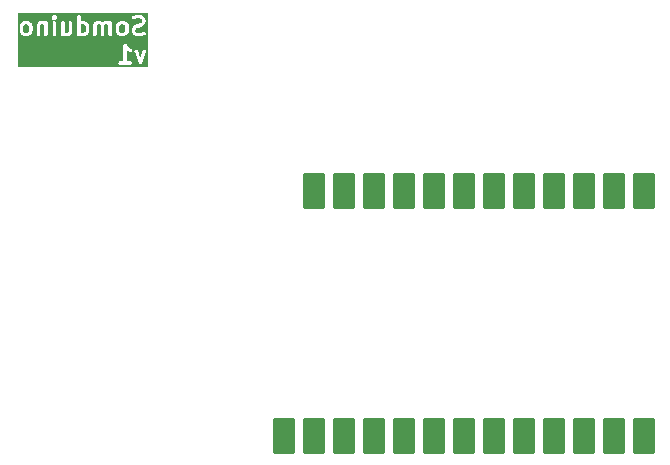
<source format=gbr>
%TF.GenerationSoftware,KiCad,Pcbnew,8.0.4*%
%TF.CreationDate,2024-12-04T08:53:49-07:00*%
%TF.ProjectId,particle-somduino,70617274-6963-46c6-952d-736f6d647569,rev?*%
%TF.SameCoordinates,Original*%
%TF.FileFunction,Paste,Bot*%
%TF.FilePolarity,Positive*%
%FSLAX46Y46*%
G04 Gerber Fmt 4.6, Leading zero omitted, Abs format (unit mm)*
G04 Created by KiCad (PCBNEW 8.0.4) date 2024-12-04 08:53:49*
%MOMM*%
%LPD*%
G01*
G04 APERTURE LIST*
G04 Aperture macros list*
%AMRoundRect*
0 Rectangle with rounded corners*
0 $1 Rounding radius*
0 $2 $3 $4 $5 $6 $7 $8 $9 X,Y pos of 4 corners*
0 Add a 4 corners polygon primitive as box body*
4,1,4,$2,$3,$4,$5,$6,$7,$8,$9,$2,$3,0*
0 Add four circle primitives for the rounded corners*
1,1,$1+$1,$2,$3*
1,1,$1+$1,$4,$5*
1,1,$1+$1,$6,$7*
1,1,$1+$1,$8,$9*
0 Add four rect primitives between the rounded corners*
20,1,$1+$1,$2,$3,$4,$5,0*
20,1,$1+$1,$4,$5,$6,$7,0*
20,1,$1+$1,$6,$7,$8,$9,0*
20,1,$1+$1,$8,$9,$2,$3,0*%
G04 Aperture macros list end*
%ADD10C,0.300000*%
%ADD11RoundRect,0.090000X-0.810000X1.410000X-0.810000X-1.410000X0.810000X-1.410000X0.810000X1.410000X0*%
G04 APERTURE END LIST*
D10*
G36*
X102113778Y-48880619D02*
G01*
X102150782Y-48917623D01*
X102195488Y-49007035D01*
X102195488Y-49364788D01*
X102150781Y-49454201D01*
X102113776Y-49491206D01*
X102024364Y-49535912D01*
X101880898Y-49535912D01*
X101791485Y-49491206D01*
X101754481Y-49454202D01*
X101709774Y-49364787D01*
X101709774Y-49007036D01*
X101754481Y-48917622D01*
X101791485Y-48880618D01*
X101880898Y-48835912D01*
X102024364Y-48835912D01*
X102113778Y-48880619D01*
G37*
G36*
X106899493Y-48880619D02*
G01*
X106936497Y-48917623D01*
X106981203Y-49007035D01*
X106981203Y-49364788D01*
X106936496Y-49454201D01*
X106899491Y-49491206D01*
X106810079Y-49535912D01*
X106595185Y-49535912D01*
X106566918Y-49521778D01*
X106566918Y-48850045D01*
X106595185Y-48835912D01*
X106810079Y-48835912D01*
X106899493Y-48880619D01*
G37*
G36*
X110256636Y-48880619D02*
G01*
X110293640Y-48917623D01*
X110338346Y-49007035D01*
X110338346Y-49364788D01*
X110293639Y-49454201D01*
X110256634Y-49491206D01*
X110167222Y-49535912D01*
X110023756Y-49535912D01*
X109934343Y-49491206D01*
X109897339Y-49454202D01*
X109852632Y-49364787D01*
X109852632Y-49007036D01*
X109897339Y-48917622D01*
X109934343Y-48880618D01*
X110023756Y-48835912D01*
X110167222Y-48835912D01*
X110256636Y-48880619D01*
G37*
G36*
X112303403Y-52417495D02*
G01*
X101243107Y-52417495D01*
X101243107Y-52071564D01*
X109769799Y-52071564D01*
X109769799Y-52130092D01*
X109792197Y-52184164D01*
X109833581Y-52225548D01*
X109887653Y-52247946D01*
X109916917Y-52250828D01*
X110774060Y-52250828D01*
X110803324Y-52247946D01*
X110857396Y-52225548D01*
X110898780Y-52184164D01*
X110921178Y-52130092D01*
X110921178Y-52071564D01*
X110898780Y-52017492D01*
X110857396Y-51976108D01*
X110803324Y-51953710D01*
X110774060Y-51950828D01*
X110495489Y-51950828D01*
X110495489Y-51034389D01*
X110525137Y-51064037D01*
X110536639Y-51073477D01*
X110539235Y-51076470D01*
X110543744Y-51079308D01*
X110547867Y-51082692D01*
X110551529Y-51084208D01*
X110564121Y-51092135D01*
X110706977Y-51163564D01*
X110734441Y-51174073D01*
X110792821Y-51178222D01*
X110848343Y-51159715D01*
X110890965Y-51122750D01*
X111125670Y-51122750D01*
X111132799Y-51151278D01*
X111489942Y-52151278D01*
X111502498Y-52177868D01*
X111507551Y-52183450D01*
X111510774Y-52190253D01*
X111527046Y-52204984D01*
X111541778Y-52221257D01*
X111548580Y-52224479D01*
X111554163Y-52229533D01*
X111574837Y-52236916D01*
X111594670Y-52246311D01*
X111602188Y-52246684D01*
X111609281Y-52249218D01*
X111631203Y-52248127D01*
X111653125Y-52249218D01*
X111660217Y-52246684D01*
X111667736Y-52246311D01*
X111687568Y-52236916D01*
X111708243Y-52229533D01*
X111713825Y-52224479D01*
X111720628Y-52221257D01*
X111735359Y-52204984D01*
X111751632Y-52190253D01*
X111754854Y-52183450D01*
X111759908Y-52177868D01*
X111772464Y-52151278D01*
X112129607Y-51151279D01*
X112136736Y-51122750D01*
X112133829Y-51064295D01*
X112108775Y-51011403D01*
X112065386Y-50972123D01*
X112010268Y-50952438D01*
X111951813Y-50955345D01*
X111898921Y-50980399D01*
X111859641Y-51023788D01*
X111847085Y-51050378D01*
X111631203Y-51654847D01*
X111415321Y-51050378D01*
X111402765Y-51023788D01*
X111363485Y-50980399D01*
X111310593Y-50955345D01*
X111252138Y-50952438D01*
X111197020Y-50972123D01*
X111153631Y-51011403D01*
X111128577Y-51064295D01*
X111125670Y-51122750D01*
X110890965Y-51122750D01*
X110892559Y-51121368D01*
X110918733Y-51069019D01*
X110922882Y-51010639D01*
X110904374Y-50955116D01*
X110866028Y-50910901D01*
X110841142Y-50895236D01*
X110720057Y-50834693D01*
X110604916Y-50719552D01*
X110470297Y-50517623D01*
X110470228Y-50517539D01*
X110470209Y-50517492D01*
X110470102Y-50517385D01*
X110451666Y-50494873D01*
X110439326Y-50486609D01*
X110428825Y-50476108D01*
X110415247Y-50470483D01*
X110403036Y-50462306D01*
X110388473Y-50459393D01*
X110374753Y-50453710D01*
X110360057Y-50453710D01*
X110345647Y-50450828D01*
X110331078Y-50453710D01*
X110316225Y-50453710D01*
X110302646Y-50459334D01*
X110288232Y-50462186D01*
X110275874Y-50470424D01*
X110262153Y-50476108D01*
X110251761Y-50486499D01*
X110239534Y-50494651D01*
X110231270Y-50506990D01*
X110220769Y-50517492D01*
X110215144Y-50531069D01*
X110206967Y-50543281D01*
X110204054Y-50557843D01*
X110198371Y-50571564D01*
X110195519Y-50600516D01*
X110195489Y-50600670D01*
X110195499Y-50600722D01*
X110195489Y-50600828D01*
X110195489Y-51950828D01*
X109916917Y-51950828D01*
X109887653Y-51953710D01*
X109833581Y-51976108D01*
X109792197Y-52017492D01*
X109769799Y-52071564D01*
X101243107Y-52071564D01*
X101243107Y-48971626D01*
X101409774Y-48971626D01*
X101409774Y-49400198D01*
X101412656Y-49429462D01*
X101414719Y-49434442D01*
X101415101Y-49439817D01*
X101425610Y-49467280D01*
X101497039Y-49610137D01*
X101504967Y-49622732D01*
X101506482Y-49626389D01*
X101509861Y-49630506D01*
X101512704Y-49635023D01*
X101515698Y-49637620D01*
X101525136Y-49649120D01*
X101596564Y-49720549D01*
X101608069Y-49729991D01*
X101610664Y-49732983D01*
X101615174Y-49735822D01*
X101619295Y-49739204D01*
X101622954Y-49740719D01*
X101635549Y-49748648D01*
X101778407Y-49820076D01*
X101805870Y-49830586D01*
X101811245Y-49830967D01*
X101816224Y-49833030D01*
X101845488Y-49835912D01*
X102059774Y-49835912D01*
X102089038Y-49833030D01*
X102094016Y-49830967D01*
X102099392Y-49830586D01*
X102126856Y-49820076D01*
X102269713Y-49748648D01*
X102282306Y-49740720D01*
X102285966Y-49739205D01*
X102290085Y-49735823D01*
X102294599Y-49732983D01*
X102297195Y-49729989D01*
X102308697Y-49720550D01*
X102380126Y-49649121D01*
X102389567Y-49637616D01*
X102392559Y-49635022D01*
X102395397Y-49630512D01*
X102398781Y-49626390D01*
X102400297Y-49622728D01*
X102408224Y-49610137D01*
X102479652Y-49467279D01*
X102490162Y-49439816D01*
X102490543Y-49434440D01*
X102492606Y-49429462D01*
X102495488Y-49400198D01*
X102495488Y-48971626D01*
X102492606Y-48942362D01*
X102490543Y-48937383D01*
X102490162Y-48932008D01*
X102479652Y-48904545D01*
X102477479Y-48900198D01*
X102838346Y-48900198D01*
X102838346Y-49685912D01*
X102841228Y-49715176D01*
X102863626Y-49769248D01*
X102905010Y-49810632D01*
X102959082Y-49833030D01*
X103017610Y-49833030D01*
X103071682Y-49810632D01*
X103113066Y-49769248D01*
X103135464Y-49715176D01*
X103138346Y-49685912D01*
X103138346Y-48935607D01*
X103171577Y-48869144D01*
X103238041Y-48835912D01*
X103381507Y-48835912D01*
X103470921Y-48880619D01*
X103481203Y-48890901D01*
X103481203Y-49685912D01*
X103484085Y-49715176D01*
X103506483Y-49769248D01*
X103547867Y-49810632D01*
X103601939Y-49833030D01*
X103660467Y-49833030D01*
X103714539Y-49810632D01*
X103755923Y-49769248D01*
X103778321Y-49715176D01*
X103781203Y-49685912D01*
X103781203Y-48685912D01*
X104195489Y-48685912D01*
X104195489Y-49685912D01*
X104198371Y-49715176D01*
X104220769Y-49769248D01*
X104262153Y-49810632D01*
X104316225Y-49833030D01*
X104374753Y-49833030D01*
X104428825Y-49810632D01*
X104470209Y-49769248D01*
X104492607Y-49715176D01*
X104495489Y-49685912D01*
X104495489Y-48685912D01*
X104909775Y-48685912D01*
X104909775Y-49685912D01*
X104912657Y-49715176D01*
X104935055Y-49769248D01*
X104976439Y-49810632D01*
X105030511Y-49833030D01*
X105089039Y-49833030D01*
X105143111Y-49810632D01*
X105158104Y-49795638D01*
X105206979Y-49820076D01*
X105234442Y-49830586D01*
X105239817Y-49830967D01*
X105244796Y-49833030D01*
X105274060Y-49835912D01*
X105488346Y-49835912D01*
X105517610Y-49833030D01*
X105522588Y-49830967D01*
X105527964Y-49830586D01*
X105555428Y-49820076D01*
X105698285Y-49748648D01*
X105703179Y-49745567D01*
X105705487Y-49744798D01*
X105708361Y-49742305D01*
X105723171Y-49732983D01*
X105735493Y-49718774D01*
X105749702Y-49706452D01*
X105759024Y-49691642D01*
X105761517Y-49688768D01*
X105762286Y-49686460D01*
X105765367Y-49681566D01*
X105836796Y-49538708D01*
X105847306Y-49511245D01*
X105847688Y-49505867D01*
X105849750Y-49500890D01*
X105852632Y-49471626D01*
X105852632Y-48685912D01*
X105849750Y-48656648D01*
X105827352Y-48602576D01*
X105785968Y-48561192D01*
X105731896Y-48538794D01*
X105673368Y-48538794D01*
X105619296Y-48561192D01*
X105577912Y-48602576D01*
X105555514Y-48656648D01*
X105552632Y-48685912D01*
X105552632Y-49436216D01*
X105519399Y-49502680D01*
X105452936Y-49535912D01*
X105309470Y-49535912D01*
X105220057Y-49491206D01*
X105209775Y-49480923D01*
X105209775Y-48685912D01*
X105206893Y-48656648D01*
X105184495Y-48602576D01*
X105143111Y-48561192D01*
X105089039Y-48538794D01*
X105030511Y-48538794D01*
X104976439Y-48561192D01*
X104935055Y-48602576D01*
X104912657Y-48656648D01*
X104909775Y-48685912D01*
X104495489Y-48685912D01*
X104492607Y-48656648D01*
X104470209Y-48602576D01*
X104428825Y-48561192D01*
X104374753Y-48538794D01*
X104316225Y-48538794D01*
X104262153Y-48561192D01*
X104220769Y-48602576D01*
X104198371Y-48656648D01*
X104195489Y-48685912D01*
X103781203Y-48685912D01*
X103778321Y-48656648D01*
X103755923Y-48602576D01*
X103714539Y-48561192D01*
X103660467Y-48538794D01*
X103601939Y-48538794D01*
X103547867Y-48561192D01*
X103532873Y-48576185D01*
X103483999Y-48551748D01*
X103456536Y-48541239D01*
X103451161Y-48540857D01*
X103446181Y-48538794D01*
X103416917Y-48535912D01*
X103202631Y-48535912D01*
X103173367Y-48538794D01*
X103168386Y-48540857D01*
X103163012Y-48541239D01*
X103135548Y-48551748D01*
X102992692Y-48623177D01*
X102987797Y-48626257D01*
X102985490Y-48627027D01*
X102982615Y-48629519D01*
X102967806Y-48638842D01*
X102955482Y-48653051D01*
X102941275Y-48665373D01*
X102931955Y-48680178D01*
X102929459Y-48683057D01*
X102928688Y-48685368D01*
X102925610Y-48690259D01*
X102854182Y-48833116D01*
X102843672Y-48860580D01*
X102843290Y-48865955D01*
X102841228Y-48870934D01*
X102838346Y-48900198D01*
X102477479Y-48900198D01*
X102408224Y-48761687D01*
X102400295Y-48749092D01*
X102398780Y-48745433D01*
X102395398Y-48741312D01*
X102392559Y-48736802D01*
X102389567Y-48734207D01*
X102380125Y-48722702D01*
X102308696Y-48651274D01*
X102297196Y-48641836D01*
X102294599Y-48638842D01*
X102290082Y-48635999D01*
X102285965Y-48632620D01*
X102282308Y-48631105D01*
X102269713Y-48623177D01*
X102126856Y-48551748D01*
X102099393Y-48541239D01*
X102094018Y-48540857D01*
X102089038Y-48538794D01*
X102059774Y-48535912D01*
X101845488Y-48535912D01*
X101816224Y-48538794D01*
X101811243Y-48540857D01*
X101805869Y-48541239D01*
X101778405Y-48551748D01*
X101635549Y-48623177D01*
X101622957Y-48631103D01*
X101619295Y-48632620D01*
X101615172Y-48636003D01*
X101610663Y-48638842D01*
X101608067Y-48641834D01*
X101596565Y-48651275D01*
X101525137Y-48722703D01*
X101515697Y-48734204D01*
X101512704Y-48736801D01*
X101509863Y-48741314D01*
X101506482Y-48745434D01*
X101504966Y-48749093D01*
X101497039Y-48761687D01*
X101425610Y-48904544D01*
X101415101Y-48932007D01*
X101414719Y-48937381D01*
X101412656Y-48942362D01*
X101409774Y-48971626D01*
X101243107Y-48971626D01*
X101243107Y-48228079D01*
X104126942Y-48228079D01*
X104126942Y-48286605D01*
X104132286Y-48299505D01*
X104149339Y-48340676D01*
X104149340Y-48340677D01*
X104167995Y-48363408D01*
X104239424Y-48434836D01*
X104262153Y-48453489D01*
X104262154Y-48453490D01*
X104291540Y-48465662D01*
X104316225Y-48475887D01*
X104316226Y-48475887D01*
X104316227Y-48475887D01*
X104374752Y-48475887D01*
X104374753Y-48475887D01*
X104399438Y-48465662D01*
X104428824Y-48453490D01*
X104451555Y-48434835D01*
X104522983Y-48363407D01*
X104541638Y-48340677D01*
X104564034Y-48286604D01*
X104564034Y-48260196D01*
X104564035Y-48228079D01*
X104546569Y-48185912D01*
X106266918Y-48185912D01*
X106266918Y-49685912D01*
X106269800Y-49715176D01*
X106292198Y-49769248D01*
X106333582Y-49810632D01*
X106387654Y-49833030D01*
X106446182Y-49833030D01*
X106485789Y-49816623D01*
X106492694Y-49820076D01*
X106520157Y-49830586D01*
X106525532Y-49830967D01*
X106530511Y-49833030D01*
X106559775Y-49835912D01*
X106845489Y-49835912D01*
X106874753Y-49833030D01*
X106879731Y-49830967D01*
X106885107Y-49830586D01*
X106912571Y-49820076D01*
X107055428Y-49748648D01*
X107068021Y-49740720D01*
X107071681Y-49739205D01*
X107075800Y-49735823D01*
X107080314Y-49732983D01*
X107082910Y-49729989D01*
X107094412Y-49720550D01*
X107165841Y-49649121D01*
X107175282Y-49637616D01*
X107178274Y-49635022D01*
X107181112Y-49630512D01*
X107184496Y-49626390D01*
X107186012Y-49622728D01*
X107193939Y-49610137D01*
X107265367Y-49467279D01*
X107275877Y-49439816D01*
X107276258Y-49434440D01*
X107278321Y-49429462D01*
X107281203Y-49400198D01*
X107281203Y-48971626D01*
X107278321Y-48942362D01*
X107276258Y-48937383D01*
X107275877Y-48932008D01*
X107265367Y-48904545D01*
X107263194Y-48900198D01*
X107624060Y-48900198D01*
X107624060Y-49685912D01*
X107626942Y-49715176D01*
X107649340Y-49769248D01*
X107690724Y-49810632D01*
X107744796Y-49833030D01*
X107803324Y-49833030D01*
X107857396Y-49810632D01*
X107898780Y-49769248D01*
X107921178Y-49715176D01*
X107924060Y-49685912D01*
X107924060Y-48935608D01*
X107957292Y-48869143D01*
X108023756Y-48835912D01*
X108167222Y-48835912D01*
X108233686Y-48869144D01*
X108266918Y-48935608D01*
X108266918Y-49685912D01*
X108269800Y-49715176D01*
X108292198Y-49769248D01*
X108333582Y-49810632D01*
X108387654Y-49833030D01*
X108446182Y-49833030D01*
X108500254Y-49810632D01*
X108541638Y-49769248D01*
X108564036Y-49715176D01*
X108566918Y-49685912D01*
X108566918Y-48935607D01*
X108600149Y-48869144D01*
X108666613Y-48835912D01*
X108810079Y-48835912D01*
X108899493Y-48880619D01*
X108909775Y-48890901D01*
X108909775Y-49685912D01*
X108912657Y-49715176D01*
X108935055Y-49769248D01*
X108976439Y-49810632D01*
X109030511Y-49833030D01*
X109089039Y-49833030D01*
X109143111Y-49810632D01*
X109184495Y-49769248D01*
X109206893Y-49715176D01*
X109209775Y-49685912D01*
X109209775Y-48971626D01*
X109552632Y-48971626D01*
X109552632Y-49400198D01*
X109555514Y-49429462D01*
X109557577Y-49434442D01*
X109557959Y-49439817D01*
X109568468Y-49467280D01*
X109639897Y-49610137D01*
X109647825Y-49622732D01*
X109649340Y-49626389D01*
X109652719Y-49630506D01*
X109655562Y-49635023D01*
X109658556Y-49637620D01*
X109667994Y-49649120D01*
X109739422Y-49720549D01*
X109750927Y-49729991D01*
X109753522Y-49732983D01*
X109758032Y-49735822D01*
X109762153Y-49739204D01*
X109765812Y-49740719D01*
X109778407Y-49748648D01*
X109921265Y-49820076D01*
X109948728Y-49830586D01*
X109954103Y-49830967D01*
X109959082Y-49833030D01*
X109988346Y-49835912D01*
X110202632Y-49835912D01*
X110231896Y-49833030D01*
X110236874Y-49830967D01*
X110242250Y-49830586D01*
X110269714Y-49820076D01*
X110412571Y-49748648D01*
X110425164Y-49740720D01*
X110428824Y-49739205D01*
X110432943Y-49735823D01*
X110437457Y-49732983D01*
X110440053Y-49729989D01*
X110451555Y-49720550D01*
X110522984Y-49649121D01*
X110532425Y-49637616D01*
X110535417Y-49635022D01*
X110538255Y-49630512D01*
X110541639Y-49626390D01*
X110543155Y-49622728D01*
X110551082Y-49610137D01*
X110622510Y-49467279D01*
X110633020Y-49439816D01*
X110633401Y-49434440D01*
X110635464Y-49429462D01*
X110638346Y-49400198D01*
X110638346Y-49257341D01*
X110909774Y-49257341D01*
X110909774Y-49400198D01*
X110912656Y-49429462D01*
X110914719Y-49434442D01*
X110915101Y-49439817D01*
X110925610Y-49467280D01*
X110997039Y-49610137D01*
X111004966Y-49622730D01*
X111006482Y-49626390D01*
X111009863Y-49630509D01*
X111012704Y-49635023D01*
X111015697Y-49637619D01*
X111025137Y-49649121D01*
X111096566Y-49720550D01*
X111108070Y-49729991D01*
X111110665Y-49732983D01*
X111115174Y-49735821D01*
X111119297Y-49739205D01*
X111122958Y-49740721D01*
X111135550Y-49748648D01*
X111278408Y-49820076D01*
X111305871Y-49830586D01*
X111311246Y-49830967D01*
X111316225Y-49833030D01*
X111345489Y-49835912D01*
X111702632Y-49835912D01*
X111717437Y-49834453D01*
X111721392Y-49834735D01*
X111726593Y-49833552D01*
X111731896Y-49833030D01*
X111735553Y-49831514D01*
X111750066Y-49828215D01*
X111964351Y-49756787D01*
X111991202Y-49744798D01*
X112035416Y-49706451D01*
X112061590Y-49654104D01*
X112065739Y-49595724D01*
X112047231Y-49540199D01*
X112008884Y-49495985D01*
X111956537Y-49469811D01*
X111898157Y-49465662D01*
X111869483Y-49472181D01*
X111678289Y-49535912D01*
X111380899Y-49535912D01*
X111291485Y-49491205D01*
X111254481Y-49454201D01*
X111209774Y-49364787D01*
X111209774Y-49292751D01*
X111254481Y-49203337D01*
X111291486Y-49166332D01*
X111397845Y-49113153D01*
X111667583Y-49045719D01*
X111669741Y-49044947D01*
X111670822Y-49044871D01*
X111682996Y-49040212D01*
X111695274Y-49035826D01*
X111696144Y-49035181D01*
X111698285Y-49034362D01*
X111841142Y-48962933D01*
X111853737Y-48955004D01*
X111857394Y-48953490D01*
X111861511Y-48950110D01*
X111866028Y-48947268D01*
X111868625Y-48944273D01*
X111880125Y-48934836D01*
X111951554Y-48863408D01*
X111960996Y-48851902D01*
X111963988Y-48849308D01*
X111966827Y-48844797D01*
X111970209Y-48840677D01*
X111971724Y-48837017D01*
X111979653Y-48824423D01*
X112051081Y-48681565D01*
X112061591Y-48654102D01*
X112061972Y-48648726D01*
X112064035Y-48643748D01*
X112066917Y-48614484D01*
X112066917Y-48471626D01*
X112064035Y-48442362D01*
X112061972Y-48437383D01*
X112061591Y-48432008D01*
X112051081Y-48404545D01*
X111979653Y-48261687D01*
X111971724Y-48249092D01*
X111970209Y-48245433D01*
X111966827Y-48241312D01*
X111963988Y-48236802D01*
X111960996Y-48234207D01*
X111951554Y-48222702D01*
X111880125Y-48151274D01*
X111868625Y-48141836D01*
X111866028Y-48138842D01*
X111861511Y-48135999D01*
X111857394Y-48132620D01*
X111853737Y-48131105D01*
X111841142Y-48123177D01*
X111698285Y-48051748D01*
X111670822Y-48041239D01*
X111665447Y-48040857D01*
X111660467Y-48038794D01*
X111631203Y-48035912D01*
X111274060Y-48035912D01*
X111259248Y-48037370D01*
X111255299Y-48037090D01*
X111250104Y-48038271D01*
X111244796Y-48038794D01*
X111241134Y-48040310D01*
X111226625Y-48043610D01*
X111012340Y-48115039D01*
X110985489Y-48127027D01*
X110941274Y-48165375D01*
X110915101Y-48217722D01*
X110910952Y-48276102D01*
X110929460Y-48331626D01*
X110967808Y-48375841D01*
X111020155Y-48402014D01*
X111078535Y-48406163D01*
X111107208Y-48399643D01*
X111298403Y-48335912D01*
X111595793Y-48335912D01*
X111685207Y-48380619D01*
X111722211Y-48417623D01*
X111766917Y-48507035D01*
X111766917Y-48579074D01*
X111722211Y-48668486D01*
X111685207Y-48705490D01*
X111578846Y-48758671D01*
X111309109Y-48826105D01*
X111306950Y-48826876D01*
X111305870Y-48826953D01*
X111293689Y-48831613D01*
X111281418Y-48835998D01*
X111280548Y-48836642D01*
X111278406Y-48837462D01*
X111135550Y-48908891D01*
X111122956Y-48916818D01*
X111119297Y-48918334D01*
X111115177Y-48921715D01*
X111110664Y-48924556D01*
X111108067Y-48927550D01*
X111096566Y-48936989D01*
X111025137Y-49008418D01*
X111015697Y-49019919D01*
X111012704Y-49022516D01*
X111009863Y-49027029D01*
X111006482Y-49031149D01*
X111004966Y-49034808D01*
X110997039Y-49047402D01*
X110925610Y-49190259D01*
X110915101Y-49217722D01*
X110914719Y-49223096D01*
X110912656Y-49228077D01*
X110909774Y-49257341D01*
X110638346Y-49257341D01*
X110638346Y-48971626D01*
X110635464Y-48942362D01*
X110633401Y-48937383D01*
X110633020Y-48932008D01*
X110622510Y-48904545D01*
X110551082Y-48761687D01*
X110543153Y-48749092D01*
X110541638Y-48745433D01*
X110538256Y-48741312D01*
X110535417Y-48736802D01*
X110532425Y-48734207D01*
X110522983Y-48722702D01*
X110451554Y-48651274D01*
X110440054Y-48641836D01*
X110437457Y-48638842D01*
X110432940Y-48635999D01*
X110428823Y-48632620D01*
X110425166Y-48631105D01*
X110412571Y-48623177D01*
X110269714Y-48551748D01*
X110242251Y-48541239D01*
X110236876Y-48540857D01*
X110231896Y-48538794D01*
X110202632Y-48535912D01*
X109988346Y-48535912D01*
X109959082Y-48538794D01*
X109954101Y-48540857D01*
X109948727Y-48541239D01*
X109921263Y-48551748D01*
X109778407Y-48623177D01*
X109765815Y-48631103D01*
X109762153Y-48632620D01*
X109758030Y-48636003D01*
X109753521Y-48638842D01*
X109750925Y-48641834D01*
X109739423Y-48651275D01*
X109667995Y-48722703D01*
X109658555Y-48734204D01*
X109655562Y-48736801D01*
X109652721Y-48741314D01*
X109649340Y-48745434D01*
X109647824Y-48749093D01*
X109639897Y-48761687D01*
X109568468Y-48904544D01*
X109557959Y-48932007D01*
X109557577Y-48937381D01*
X109555514Y-48942362D01*
X109552632Y-48971626D01*
X109209775Y-48971626D01*
X109209775Y-48685912D01*
X109206893Y-48656648D01*
X109184495Y-48602576D01*
X109143111Y-48561192D01*
X109089039Y-48538794D01*
X109030511Y-48538794D01*
X108976439Y-48561192D01*
X108961445Y-48576185D01*
X108912571Y-48551748D01*
X108885108Y-48541239D01*
X108879733Y-48540857D01*
X108874753Y-48538794D01*
X108845489Y-48535912D01*
X108631203Y-48535912D01*
X108601939Y-48538794D01*
X108596958Y-48540857D01*
X108591584Y-48541239D01*
X108564120Y-48551748D01*
X108421264Y-48623177D01*
X108416917Y-48625912D01*
X108412571Y-48623177D01*
X108269714Y-48551748D01*
X108242251Y-48541239D01*
X108236876Y-48540857D01*
X108231896Y-48538794D01*
X108202632Y-48535912D01*
X107988346Y-48535912D01*
X107959082Y-48538794D01*
X107954101Y-48540857D01*
X107948727Y-48541239D01*
X107921263Y-48551748D01*
X107778407Y-48623177D01*
X107773512Y-48626257D01*
X107771205Y-48627027D01*
X107768330Y-48629519D01*
X107753521Y-48638842D01*
X107741197Y-48653051D01*
X107726990Y-48665373D01*
X107717670Y-48680178D01*
X107715174Y-48683057D01*
X107714403Y-48685368D01*
X107711325Y-48690259D01*
X107639896Y-48833116D01*
X107629387Y-48860579D01*
X107629005Y-48865953D01*
X107626942Y-48870934D01*
X107624060Y-48900198D01*
X107263194Y-48900198D01*
X107193939Y-48761687D01*
X107186010Y-48749092D01*
X107184495Y-48745433D01*
X107181113Y-48741312D01*
X107178274Y-48736802D01*
X107175282Y-48734207D01*
X107165840Y-48722702D01*
X107094411Y-48651274D01*
X107082911Y-48641836D01*
X107080314Y-48638842D01*
X107075797Y-48635999D01*
X107071680Y-48632620D01*
X107068023Y-48631105D01*
X107055428Y-48623177D01*
X106912571Y-48551748D01*
X106885108Y-48541239D01*
X106879733Y-48540857D01*
X106874753Y-48538794D01*
X106845489Y-48535912D01*
X106566918Y-48535912D01*
X106566918Y-48185912D01*
X106564036Y-48156648D01*
X106541638Y-48102576D01*
X106500254Y-48061192D01*
X106446182Y-48038794D01*
X106387654Y-48038794D01*
X106333582Y-48061192D01*
X106292198Y-48102576D01*
X106269800Y-48156648D01*
X106266918Y-48185912D01*
X104546569Y-48185912D01*
X104541638Y-48174006D01*
X104522984Y-48151276D01*
X104451556Y-48079847D01*
X104428825Y-48061192D01*
X104428824Y-48061191D01*
X104397150Y-48048071D01*
X104374753Y-48038794D01*
X104316225Y-48038794D01*
X104293828Y-48048071D01*
X104262154Y-48061191D01*
X104239423Y-48079846D01*
X104167994Y-48151275D01*
X104149339Y-48174006D01*
X104129169Y-48222703D01*
X104126942Y-48228079D01*
X101243107Y-48228079D01*
X101243107Y-47869245D01*
X112303403Y-47869245D01*
X112303403Y-52417495D01*
G37*
D11*
%TO.C,U2*%
X126332790Y-62950000D03*
X128872790Y-62950000D03*
X131412790Y-62950000D03*
X133952790Y-62950000D03*
X136492790Y-62950000D03*
X139032790Y-62950000D03*
X141572790Y-62950000D03*
X144112790Y-62950000D03*
X146652790Y-62950000D03*
X149192790Y-62950000D03*
X151732790Y-62950000D03*
X154272790Y-62950000D03*
X154272790Y-83710000D03*
X151732790Y-83710000D03*
X149192790Y-83710000D03*
X146652790Y-83710000D03*
X144112790Y-83710000D03*
X141572790Y-83710000D03*
X139032790Y-83710000D03*
X136492790Y-83710000D03*
X133952790Y-83710000D03*
X131412790Y-83710000D03*
X128872790Y-83710000D03*
X126332790Y-83710000D03*
X123792790Y-83710000D03*
%TD*%
M02*

</source>
